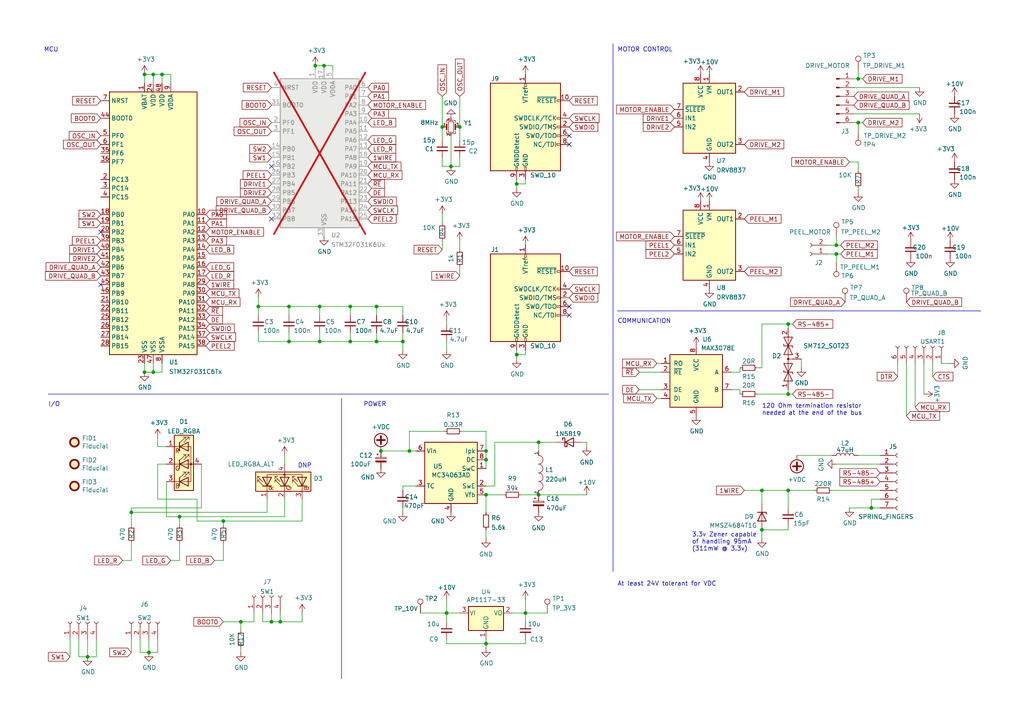
<source format=kicad_sch>
(kicad_sch (version 20230121) (generator eeschema)
  (paper "A4")
  (title_block (title "LumenPnP Feeder Control Board") (rev "09") (company "Opulo, Inc."))
  (junction (at 110.49 130.81))
  (junction (at 129.54 177.8))
  (junction (at 41.91 107.95))
  (junction (at 25.4 190.5))
  (junction (at 93.98 19.05))
  (junction (at 83.82 88.9))
  (junction (at 156.21 128.27))
  (junction (at 228.6 114.3))
  (junction (at 220.98 142.24))
  (junction (at 116.84 99.06))
  (junction (at 118.745 130.81))
  (junction (at 78.74 180.34))
  (junction (at 248.92 22.86))
  (junction (at 44.45 107.95))
  (junction (at 128.27 36.83))
  (junction (at 46.99 21.59))
  (junction (at 92.71 88.9))
  (junction (at 133.35 36.83))
  (junction (at 41.91 21.59))
  (junction (at 242.57 71.12))
  (junction (at 140.97 133.35))
  (junction (at 156.21 143.51))
  (junction (at 109.22 88.9))
  (junction (at 64.77 151.13))
  (junction (at 38.1 148.59))
  (junction (at 220.98 153.67))
  (junction (at 109.22 99.06))
  (junction (at 152.4 177.8))
  (junction (at 91.44 19.05))
  (junction (at 101.6 88.9))
  (junction (at 69.85 180.34))
  (junction (at 149.86 53.34))
  (junction (at 149.86 102.87))
  (junction (at 74.93 88.9))
  (junction (at 101.6 99.06))
  (junction (at 130.81 48.26))
  (junction (at 242.57 73.66))
  (junction (at 248.92 35.56))
  (junction (at 81.28 180.34))
  (junction (at 228.6 93.98))
  (junction (at 228.6 142.24))
  (junction (at 252.73 147.32))
  (junction (at 43.18 189.23))
  (junction (at 92.71 99.06))
  (junction (at 83.82 99.06))
  (junction (at 140.97 143.51))
  (junction (at 140.97 130.81))
  (junction (at 44.45 21.59))
  (junction (at 52.07 149.86))
  (junction (at 140.97 186.69))
  (no_connect (at 29.21 82.55))
  (no_connect (at 165.1 41.91))
  (no_connect (at 78.74 48.26))
  (no_connect (at 29.21 67.31))
  (no_connect (at 165.1 39.37))
  (no_connect (at 78.74 63.5))
  (no_connect (at 165.1 88.9))
  (no_connect (at 165.1 91.44))
  (wire (pts (xy 247.65 35.56) (xy 248.92 35.56)))
  (wire (pts (xy 38.1 189.23) (xy 38.1 185.42)))
  (wire (pts (xy 220.98 106.68) (xy 220.98 93.98)))
  (wire (pts (xy 49.53 162.56) (xy 52.07 162.56)))
  (wire (pts (xy 41.91 105.41) (xy 41.91 107.95)))
  (wire (pts (xy 128.27 62.23) (xy 128.27 64.77)))
  (wire (pts (xy 248.92 54.61) (xy 248.92 55.88)))
  (wire (pts (xy 44.45 105.41) (xy 44.45 107.95)))
  (wire (pts (xy 129.54 186.69) (xy 129.54 185.42)))
  (wire (pts (xy 228.6 152.4) (xy 228.6 153.67)))
  (wire (pts (xy 101.6 88.9) (xy 101.6 91.44)))
  (wire (pts (xy 129.54 173.99) (xy 129.54 177.8)))
  (wire (pts (xy 140.97 186.69) (xy 129.54 186.69)))
  (wire (pts (xy 87.63 144.78) (xy 87.63 151.13)))
  (wire (pts (xy 149.86 53.34) (xy 149.86 52.07)))
  (wire (pts (xy 212.09 107.95) (xy 214.63 107.95)))
  (wire (pts (xy 83.82 88.9) (xy 83.82 91.44)))
  (wire (pts (xy 140.97 186.69) (xy 140.97 185.42)))
  (wire (pts (xy 74.93 96.52) (xy 74.93 99.06)))
  (wire (pts (xy 44.45 107.95) (xy 41.91 107.95)))
  (wire (pts (xy 242.57 73.66) (xy 243.84 73.66)))
  (wire (pts (xy 232.41 104.14) (xy 232.41 106.68)))
  (wire (pts (xy 220.98 142.24) (xy 220.98 146.05)))
  (wire (pts (xy 69.85 180.34) (xy 69.85 182.88)))
  (wire (pts (xy 38.1 148.59) (xy 38.1 152.4)))
  (wire (pts (xy 133.35 69.85) (xy 133.35 72.39)))
  (wire (pts (xy 133.35 48.26) (xy 130.81 48.26)))
  (wire (pts (xy 35.56 162.56) (xy 38.1 162.56)))
  (wire (pts (xy 133.985 125.095) (xy 140.97 125.095)))
  (wire (pts (xy 27.94 185.42) (xy 27.94 190.5)))
  (wire (pts (xy 212.09 113.03) (xy 214.63 113.03)))
  (wire (pts (xy 248.92 132.08) (xy 255.27 132.08)))
  (wire (pts (xy 128.27 72.39) (xy 128.27 69.85)))
  (wire (pts (xy 92.71 88.9) (xy 83.82 88.9)))
  (wire (pts (xy 91.44 19.05) (xy 91.44 20.32)))
  (wire (pts (xy 57.15 151.13) (xy 64.77 151.13)))
  (wire (pts (xy 45.72 185.42) (xy 45.72 189.23)))
  (wire (pts (xy 76.2 177.8) (xy 76.2 180.34)))
  (wire (pts (xy 228.6 142.24) (xy 236.22 142.24)))
  (wire (pts (xy 219.71 106.68) (xy 220.98 106.68)))
  (wire (pts (xy 130.81 48.26) (xy 128.27 48.26)))
  (wire (pts (xy 140.97 187.96) (xy 140.97 186.69)))
  (wire (pts (xy 101.6 99.06) (xy 109.22 99.06)))
  (wire (pts (xy 273.05 105.41) (xy 275.59 105.41)))
  (wire (pts (xy 152.4 177.8) (xy 158.75 177.8)))
  (wire (pts (xy 77.47 148.59) (xy 38.1 148.59)))
  (wire (pts (xy 242.57 68.58) (xy 242.57 71.12)))
  (wire (pts (xy 64.77 151.13) (xy 64.77 152.4)))
  (wire (pts (xy 152.4 177.8) (xy 152.4 173.99)))
  (wire (pts (xy 27.94 190.5) (xy 25.4 190.5)))
  (wire (pts (xy 83.82 88.9) (xy 74.93 88.9)))
  (wire (pts (xy 118.745 130.81) (xy 120.65 130.81)))
  (wire (pts (xy 228.6 142.24) (xy 228.6 147.32)))
  (wire (pts (xy 156.21 128.27) (xy 161.29 128.27)))
  (wire (pts (xy 48.26 149.86) (xy 52.07 149.86)))
  (wire (pts (xy 74.93 88.9) (xy 74.93 91.44)))
  (wire (pts (xy 242.57 71.12) (xy 243.84 71.12)))
  (wire (pts (xy 241.3 142.24) (xy 255.27 142.24)))
  (wire (pts (xy 149.86 54.61) (xy 149.86 53.34)))
  (wire (pts (xy 214.63 113.03) (xy 214.63 114.3)))
  (wire (pts (xy 143.51 140.97) (xy 143.51 128.27)))
  (wire (pts (xy 248.92 49.53) (xy 248.92 46.99)))
  (wire (pts (xy 156.21 128.27) (xy 156.21 130.81)))
  (wire (pts (xy 82.55 132.08) (xy 82.55 134.62)))
  (wire (pts (xy 220.98 153.67) (xy 220.98 156.21)))
  (wire (pts (xy 120.65 140.97) (xy 116.84 140.97)))
  (wire (pts (xy 116.84 96.52) (xy 116.84 99.06)))
  (wire (pts (xy 116.84 88.9) (xy 109.22 88.9)))
  (wire (pts (xy 252.73 144.78) (xy 255.27 144.78)))
  (wire (pts (xy 190.5 115.57) (xy 191.77 115.57)))
  (wire (pts (xy 81.28 177.8) (xy 81.28 180.34)))
  (wire (pts (xy 22.86 190.5) (xy 25.4 190.5)))
  (wire (pts (xy 220.98 93.98) (xy 228.6 93.98)))
  (wire (pts (xy 45.72 144.78) (xy 57.15 144.78)))
  (wire (pts (xy 43.18 189.23) (xy 45.72 189.23)))
  (wire (pts (xy 152.4 102.87) (xy 152.4 101.6)))
  (wire (pts (xy 140.97 140.97) (xy 143.51 140.97)))
  (wire (pts (xy 156.21 143.51) (xy 170.18 143.51)))
  (wire (pts (xy 252.73 147.32) (xy 255.27 147.32)))
  (wire (pts (xy 116.84 99.06) (xy 116.84 101.6)))
  (wire (pts (xy 133.35 40.64) (xy 133.35 36.83)))
  (wire (pts (xy 152.4 53.34) (xy 152.4 52.07)))
  (wire (pts (xy 262.89 105.41) (xy 262.89 120.65)))
  (wire (pts (xy 45.72 134.62) (xy 48.26 134.62)))
  (wire (pts (xy 40.64 189.23) (xy 43.18 189.23)))
  (wire (pts (xy 248.92 35.56) (xy 250.19 35.56)))
  (wire (pts (xy 52.07 149.86) (xy 52.07 152.4)))
  (wire (pts (xy 25.4 185.42) (xy 25.4 190.5)))
  (wire (pts (xy 140.97 143.51) (xy 146.05 143.51)))
  (wire (pts (xy 267.97 105.41) (xy 267.97 114.3)))
  (wire (pts (xy 57.15 144.78) (xy 57.15 151.13)))
  (wire (pts (xy 228.6 114.3) (xy 229.87 114.3)))
  (wire (pts (xy 38.1 147.32) (xy 58.42 147.32)))
  (wire (pts (xy 64.77 180.34) (xy 69.85 180.34)))
  (wire (pts (xy 46.99 107.95) (xy 44.45 107.95)))
  (wire (pts (xy 231.14 132.08) (xy 241.3 132.08)))
  (wire (pts (xy 49.53 24.13) (xy 49.53 21.59)))
  (wire (pts (xy 93.98 19.05) (xy 93.98 20.32)))
  (wire (pts (xy 118.745 130.81) (xy 118.745 125.095)))
  (wire (pts (xy 109.22 99.06) (xy 116.84 99.06)))
  (wire (pts (xy 109.22 88.9) (xy 109.22 91.44)))
  (wire (pts (xy 228.6 153.67) (xy 220.98 153.67)))
  (wire (pts (xy 69.85 180.34) (xy 73.66 180.34)))
  (wire (pts (xy 128.27 36.83) (xy 128.27 40.64)))
  (wire (pts (xy 46.99 105.41) (xy 46.99 107.95)))
  (polyline (pts (xy 13.97 114.3) (xy 176.53 114.3)))
  (wire (pts (xy 215.9 142.24) (xy 220.98 142.24)))
  (wire (pts (xy 152.4 186.69) (xy 140.97 186.69)))
  (wire (pts (xy 73.66 177.8) (xy 73.66 180.34)))
  (wire (pts (xy 240.03 73.66) (xy 242.57 73.66)))
  (wire (pts (xy 240.03 71.12) (xy 242.57 71.12)))
  (wire (pts (xy 265.43 105.41) (xy 265.43 118.11)))
  (wire (pts (xy 185.42 107.95) (xy 191.77 107.95)))
  (wire (pts (xy 228.6 93.98) (xy 228.6 95.25)))
  (wire (pts (xy 92.71 96.52) (xy 92.71 99.06)))
  (wire (pts (xy 46.99 21.59) (xy 46.99 24.13)))
  (wire (pts (xy 247.65 22.86) (xy 248.92 22.86)))
  (wire (pts (xy 101.6 88.9) (xy 92.71 88.9)))
  (wire (pts (xy 130.81 39.37) (xy 130.81 48.26)))
  (wire (pts (xy 149.86 53.34) (xy 152.4 53.34)))
  (wire (pts (xy 58.42 134.62) (xy 58.42 147.32)))
  (wire (pts (xy 116.84 147.32) (xy 116.84 148.59)))
  (wire (pts (xy 149.86 102.87) (xy 149.86 101.6)))
  (wire (pts (xy 109.22 96.52) (xy 109.22 99.06)))
  (wire (pts (xy 149.86 102.87) (xy 152.4 102.87)))
  (wire (pts (xy 78.74 180.34) (xy 81.28 180.34)))
  (wire (pts (xy 247.65 25.4) (xy 266.7 25.4)))
  (wire (pts (xy 129.54 177.8) (xy 129.54 180.34)))
  (wire (pts (xy 140.97 133.35) (xy 140.97 135.89)))
  (wire (pts (xy 92.71 99.06) (xy 101.6 99.06)))
  (wire (pts (xy 62.23 162.56) (xy 64.77 162.56)))
  (wire (pts (xy 92.71 88.9) (xy 92.71 91.44)))
  (wire (pts (xy 64.77 157.48) (xy 64.77 162.56)))
  (wire (pts (xy 82.55 149.86) (xy 52.07 149.86)))
  (polyline (pts (xy 179.07 90.17) (xy 284.48 90.17)))
  (wire (pts (xy 22.86 185.42) (xy 22.86 190.5)))
  (wire (pts (xy 74.93 99.06) (xy 83.82 99.06)))
  (wire (pts (xy 128.27 27.94) (xy 128.27 36.83)))
  (polyline (pts (xy 99.06 115.57) (xy 99.06 196.85)))
  (wire (pts (xy 52.07 157.48) (xy 52.07 162.56)))
  (wire (pts (xy 140.97 125.095) (xy 140.97 130.81)))
  (wire (pts (xy 87.63 151.13) (xy 64.77 151.13)))
  (wire (pts (xy 143.51 128.27) (xy 156.21 128.27)))
  (wire (pts (xy 48.26 139.7) (xy 48.26 149.86)))
  (wire (pts (xy 82.55 144.78) (xy 82.55 149.86)))
  (wire (pts (xy 242.57 73.66) (xy 242.57 76.2)))
  (wire (pts (xy 44.45 21.59) (xy 44.45 24.13)))
  (wire (pts (xy 87.63 177.8) (xy 87.63 180.34)))
  (wire (pts (xy 76.2 180.34) (xy 78.74 180.34)))
  (wire (pts (xy 219.71 114.3) (xy 228.6 114.3)))
  (wire (pts (xy 248.92 20.32) (xy 248.92 22.86)))
  (wire (pts (xy 96.52 20.32) (xy 96.52 19.05)))
  (wire (pts (xy 220.98 142.24) (xy 228.6 142.24)))
  (wire (pts (xy 40.64 185.42) (xy 40.64 189.23)))
  (wire (pts (xy 83.82 99.06) (xy 92.71 99.06)))
  (wire (pts (xy 41.91 21.59) (xy 41.91 24.13)))
  (wire (pts (xy 152.4 185.42) (xy 152.4 186.69)))
  (wire (pts (xy 170.18 128.27) (xy 170.18 129.54)))
  (wire (pts (xy 247.65 33.02) (xy 266.7 33.02)))
  (wire (pts (xy 45.72 144.78) (xy 45.72 134.62)))
  (wire (pts (xy 252.73 147.32) (xy 252.73 144.78)))
  (wire (pts (xy 129.54 92.71) (xy 129.54 93.98)))
  (wire (pts (xy 69.85 187.96) (xy 69.85 189.23)))
  (wire (pts (xy 128.27 48.26) (xy 128.27 45.72)))
  (wire (pts (xy 46.99 21.59) (xy 44.45 21.59)))
  (wire (pts (xy 133.35 80.01) (xy 133.35 77.47)))
  (wire (pts (xy 121.92 177.8) (xy 129.54 177.8)))
  (wire (pts (xy 140.97 153.67) (xy 140.97 156.21)))
  (wire (pts (xy 140.97 143.51) (xy 140.97 148.59)))
  (wire (pts (xy 49.53 21.59) (xy 46.99 21.59)))
  (wire (pts (xy 81.28 180.34) (xy 87.63 180.34)))
  (wire (pts (xy 168.91 128.27) (xy 170.18 128.27)))
  (wire (pts (xy 20.32 185.42) (xy 20.32 190.5)))
  (wire (pts (xy 214.63 106.68) (xy 214.63 107.95)))
  (wire (pts (xy 228.6 93.98) (xy 229.87 93.98)))
  (wire (pts (xy 152.4 177.8) (xy 152.4 180.34)))
  (wire (pts (xy 248.92 22.86) (xy 250.19 22.86)))
  (wire (pts (xy 78.74 177.8) (xy 78.74 180.34)))
  (wire (pts (xy 74.93 88.9) (xy 74.93 86.36)))
  (wire (pts (xy 151.13 143.51) (xy 156.21 143.51)))
  (wire (pts (xy 77.47 144.78) (xy 77.47 148.59)))
  (wire (pts (xy 43.18 185.42) (xy 43.18 189.23)))
  (wire (pts (xy 270.51 105.41) (xy 270.51 109.22)))
  (wire (pts (xy 190.5 105.41) (xy 191.77 105.41)))
  (wire (pts (xy 129.54 177.8) (xy 133.35 177.8)))
  (wire (pts (xy 91.44 19.05) (xy 93.98 19.05)))
  (wire (pts (xy 116.84 140.97) (xy 116.84 142.24)))
  (wire (pts (xy 93.98 19.05) (xy 96.52 19.05)))
  (wire (pts (xy 129.54 99.06) (xy 129.54 101.6)))
  (wire (pts (xy 38.1 147.32) (xy 38.1 148.59)))
  (wire (pts (xy 44.45 21.59) (xy 41.91 21.59)))
  (wire (pts (xy 45.72 129.54) (xy 45.72 127)))
  (wire (pts (xy 109.22 88.9) (xy 101.6 88.9)))
  (polyline (pts (xy 177.8 165.735) (xy 177.8 12.7)))
  (wire (pts (xy 248.92 35.56) (xy 248.92 38.1)))
  (wire (pts (xy 133.35 48.26) (xy 133.35 45.72)))
  (wire (pts (xy 118.745 125.095) (xy 128.905 125.095)))
  (wire (pts (xy 248.92 46.99) (xy 246.38 46.99)))
  (wire (pts (xy 116.84 91.44) (xy 116.84 88.9)))
  (wire (pts (xy 242.57 134.62) (xy 255.27 134.62)))
  (wire (pts (xy 149.86 104.14) (xy 149.86 102.87)))
  (wire (pts (xy 38.1 157.48) (xy 38.1 162.56)))
  (wire (pts (xy 260.35 105.41) (xy 260.35 109.22)))
  (wire (pts (xy 140.97 130.81) (xy 140.97 133.35)))
  (wire (pts (xy 133.35 36.83) (xy 133.35 27.94)))
  (wire (pts (xy 228.6 113.03) (xy 228.6 114.3)))
  (wire (pts (xy 148.59 177.8) (xy 152.4 177.8)))
  (wire (pts (xy 45.72 129.54) (xy 48.26 129.54)))
  (wire (pts (xy 110.49 130.81) (xy 118.745 130.81)))
  (wire (pts (xy 101.6 96.52) (xy 101.6 99.06)))
  (wire (pts (xy 83.82 96.52) (xy 83.82 99.06)))
  (wire (pts (xy 246.38 147.32) (xy 252.73 147.32)))
  (wire (pts (xy 185.42 113.03) (xy 191.77 113.03)))
  (text "I/O" (at 13.97 118.11 0) (effects (font (size 1.27 1.27)) (justify left bottom)))
  (text "DNP" (at 86.36 135.89 0) (effects (font (size 1.27 1.27)) (justify left bottom)))
  (text "COMMUNICATION" (at 179.07 93.98 0) (effects (font (size 1.27 1.27)) (justify left bottom)))
  (text "MOTOR CONTROL" (at 179.07 15.24 0) (effects (font (size 1.27 1.27)) (justify left bottom)))
  (text "POWER" (at 105.41 118.11 0) (effects (font (size 1.27 1.27)) (justify left bottom)))
  (text "3.3v Zener capable\nof handling 95mA \n(311mW @ 3.3v)" (at 200.66 160.02 0) (effects (font (size 1.27 1.27)) (justify left bottom)))
  (text "At least 24V tolerant for VDC\n" (at 179.07 170.18 0) (effects (font (size 1.27 1.27)) (justify left bottom)))
  (text "MCU" (at 12.7 15.24 0) (effects (font (size 1.27 1.27)) (justify left bottom)))
  (text "120 Ohm termination resistor\nneeded at the end of the bus" (at 220.98 120.65 0) (effects (font (size 1.27 1.27)) (justify left bottom)))
  (global_label "RESET" (shape input) (at 128.27 72.39 180) (property "Intersheetrefs" "${INTERSHEET_REFS}" (effects hide)))
  (global_label "1WIRE" (shape input) (at 215.9 142.24 180) (property "Intersheetrefs" "${INTERSHEET_REFS}" (effects hide)))
  (global_label "SWDIO" (shape input) (at 59.69 95.25 0) (property "Intersheetrefs" "${INTERSHEET_REFS}" (effects hide)))
  (global_label "LED_R" (shape input) (at 35.56 162.56 180) (property "Intersheetrefs" "${INTERSHEET_REFS}" (effects hide)))
  (global_label "LED_G" (shape input) (at 106.68 40.64 0) (property "Intersheetrefs" "${INTERSHEET_REFS}" (effects hide)))
  (global_label "LED_R" (shape input) (at 59.69 80.01 0) (property "Intersheetrefs" "${INTERSHEET_REFS}" (effects hide)))
  (global_label "MOTOR_ENABLE" (shape input) (at 59.69 67.31 0) (property "Intersheetrefs" "${INTERSHEET_REFS}" (effects hide)))
  (global_label "BOOT0" (shape input) (at 64.77 180.34 180) (property "Intersheetrefs" "${INTERSHEET_REFS}" (effects hide)))
  (global_label "SWCLK" (shape input) (at 165.1 83.82 0) (property "Intersheetrefs" "${INTERSHEET_REFS}" (effects hide)))
  (global_label "PEEL_M1" (shape input) (at 243.84 73.66 0) (property "Intersheetrefs" "${INTERSHEET_REFS}" (effects hide)))
  (global_label "OSC_IN" (shape input) (at 29.21 39.37 180) (property "Intersheetrefs" "${INTERSHEET_REFS}" (effects hide)))
  (global_label "LED_R" (shape input) (at 106.68 43.18 0) (property "Intersheetrefs" "${INTERSHEET_REFS}" (effects hide)))
  (global_label "PA1" (shape input) (at 106.68 27.94 0) (property "Intersheetrefs" "${INTERSHEET_REFS}" (effects hide)))
  (global_label "MCU_TX" (shape input) (at 190.5 115.57 180) (property "Intersheetrefs" "${INTERSHEET_REFS}" (effects hide)))
  (global_label "1WIRE" (shape input) (at 106.68 45.72 0) (property "Intersheetrefs" "${INTERSHEET_REFS}" (effects hide)))
  (global_label "DRIVE2" (shape input) (at 29.21 74.93 180) (property "Intersheetrefs" "${INTERSHEET_REFS}" (effects hide)))
  (global_label "RS-485-" (shape input) (at 229.87 114.3 0) (property "Intersheetrefs" "${INTERSHEET_REFS}" (effects hide)))
  (global_label "SWDIO" (shape input) (at 106.68 58.42 0) (property "Intersheetrefs" "${INTERSHEET_REFS}" (effects hide)))
  (global_label "SW1" (shape input) (at 78.74 45.72 180) (property "Intersheetrefs" "${INTERSHEET_REFS}" (effects hide)))
  (global_label "OSC_OUT" (shape input) (at 133.35 27.94 90) (property "Intersheetrefs" "${INTERSHEET_REFS}" (effects hide)))
  (global_label "PA1" (shape input) (at 59.69 64.77 0) (property "Intersheetrefs" "${INTERSHEET_REFS}" (effects hide)))
  (global_label "DRIVE_M2" (shape input) (at 215.9 41.91 0) (property "Intersheetrefs" "${INTERSHEET_REFS}" (effects hide)))
  (global_label "SW1" (shape input) (at 29.21 64.77 180) (property "Intersheetrefs" "${INTERSHEET_REFS}" (effects hide)))
  (global_label "MCU_TX" (shape input) (at 262.89 120.65 0) (property "Intersheetrefs" "${INTERSHEET_REFS}" (effects hide)))
  (global_label "LED_B" (shape input) (at 62.23 162.56 180) (property "Intersheetrefs" "${INTERSHEET_REFS}" (effects hide)))
  (global_label "DRIVE_QUAD_B" (shape input) (at 29.21 80.01 180) (property "Intersheetrefs" "${INTERSHEET_REFS}" (effects hide)))
  (global_label "DRIVE1" (shape input) (at 78.74 53.34 180) (property "Intersheetrefs" "${INTERSHEET_REFS}" (effects hide)))
  (global_label "DTR" (shape input) (at 260.35 109.22 180) (property "Intersheetrefs" "${INTERSHEET_REFS}" (effects hide)))
  (global_label "PEEL1" (shape input) (at 78.74 50.8 180) (property "Intersheetrefs" "${INTERSHEET_REFS}" (effects hide)))
  (global_label "MCU_RX" (shape input) (at 106.68 50.8 0) (property "Intersheetrefs" "${INTERSHEET_REFS}" (effects hide)))
  (global_label "DRIVE_QUAD_A" (shape input) (at 245.11 87.63 180) (property "Intersheetrefs" "${INTERSHEET_REFS}" (effects hide)))
  (global_label "SWDIO" (shape input) (at 165.1 86.36 0) (property "Intersheetrefs" "${INTERSHEET_REFS}" (effects hide)))
  (global_label "PEEL1" (shape input) (at 29.21 69.85 180) (property "Intersheetrefs" "${INTERSHEET_REFS}" (effects hide)))
  (global_label "SW2" (shape input) (at 78.74 43.18 180) (property "Intersheetrefs" "${INTERSHEET_REFS}" (effects hide)))
  (global_label "DRIVE_M2" (shape input) (at 250.19 35.56 0) (property "Intersheetrefs" "${INTERSHEET_REFS}" (effects hide)))
  (global_label "DE" (shape input) (at 106.68 55.88 0) (property "Intersheetrefs" "${INTERSHEET_REFS}" (effects hide)))
  (global_label "LED_B" (shape input) (at 59.69 72.39 0) (property "Intersheetrefs" "${INTERSHEET_REFS}" (effects hide)))
  (global_label "DRIVE_QUAD_A" (shape input) (at 78.74 58.42 180) (property "Intersheetrefs" "${INTERSHEET_REFS}" (effects hide)))
  (global_label "BOOT0" (shape input) (at 78.74 30.48 180) (property "Intersheetrefs" "${INTERSHEET_REFS}" (effects hide)))
  (global_label "MCU_RX" (shape input) (at 265.43 118.11 0) (property "Intersheetrefs" "${INTERSHEET_REFS}" (effects hide)))
  (global_label "MCU_RX" (shape input) (at 59.69 87.63 0) (property "Intersheetrefs" "${INTERSHEET_REFS}" (effects hide)))
  (global_label "DRIVE_QUAD_B" (shape input) (at 262.89 87.63 0) (property "Intersheetrefs" "${INTERSHEET_REFS}" (effects hide)))
  (global_label "MCU_TX" (shape input) (at 106.68 48.26 0) (property "Intersheetrefs" "${INTERSHEET_REFS}" (effects hide)))
  (global_label "PA0" (shape input) (at 59.69 62.23 0) (property "Intersheetrefs" "${INTERSHEET_REFS}" (effects hide)))
  (global_label "DRIVE1" (shape input) (at 29.21 72.39 180) (property "Intersheetrefs" "${INTERSHEET_REFS}" (effects hide)))
  (global_label "CTS" (shape input) (at 270.51 109.22 0) (property "Intersheetrefs" "${INTERSHEET_REFS}" (effects hide)))
  (global_label "~{RE}" (shape input) (at 59.69 90.17 0) (property "Intersheetrefs" "${INTERSHEET_REFS}" (effects hide)))
  (global_label "SWDIO" (shape input) (at 165.1 36.83 0) (property "Intersheetrefs" "${INTERSHEET_REFS}" (effects hide)))
  (global_label "1WIRE" (shape input) (at 133.35 80.01 180) (property "Intersheetrefs" "${INTERSHEET_REFS}" (effects hide)))
  (global_label "PA0" (shape input) (at 106.68 25.4 0) (property "Intersheetrefs" "${INTERSHEET_REFS}" (effects hide)))
  (global_label "OSC_IN" (shape input) (at 128.27 27.94 90) (property "Intersheetrefs" "${INTERSHEET_REFS}" (effects hide)))
  (global_label "LED_G" (shape input) (at 49.53 162.56 180) (property "Intersheetrefs" "${INTERSHEET_REFS}" (effects hide)))
  (global_label "DRIVE_QUAD_B" (shape input) (at 78.74 60.96 180) (property "Intersheetrefs" "${INTERSHEET_REFS}" (effects hide)))
  (global_label "OSC_OUT" (shape input) (at 29.21 41.91 180) (property "Intersheetrefs" "${INTERSHEET_REFS}" (effects hide)))
  (global_label "DRIVE_M1" (shape input) (at 250.19 22.86 0) (property "Intersheetrefs" "${INTERSHEET_REFS}" (effects hide)))
  (global_label "MCU_RX" (shape input) (at 190.5 105.41 180) (property "Intersheetrefs" "${INTERSHEET_REFS}" (effects hide)))
  (global_label "BOOT0" (shape input) (at 29.21 34.29 180) (property "Intersheetrefs" "${INTERSHEET_REFS}" (effects hide)))
  (global_label "RESET" (shape input) (at 165.1 78.74 0) (property "Intersheetrefs" "${INTERSHEET_REFS}" (effects hide)))
  (global_label "SWCLK" (shape input) (at 106.68 60.96 0) (property "Intersheetrefs" "${INTERSHEET_REFS}" (effects hide)))
  (global_label "MOTOR_ENABLE" (shape input) (at 195.58 31.75 180) (property "Intersheetrefs" "${INTERSHEET_REFS}" (effects hide)))
  (global_label "RESET" (shape input) (at 165.1 29.21 0) (property "Intersheetrefs" "${INTERSHEET_REFS}" (effects hide)))
  (global_label "DRIVE_M1" (shape input) (at 215.9 26.67 0) (property "Intersheetrefs" "${INTERSHEET_REFS}" (effects hide)))
  (global_label "~{RE}" (shape input) (at 185.42 107.95 180) (property "Intersheetrefs" "${INTERSHEET_REFS}" (effects hide)))
  (global_label "PA3" (shape input) (at 59.69 69.85 0) (property "Intersheetrefs" "${INTERSHEET_REFS}" (effects hide)))
  (global_label "PEEL_M2" (shape input) (at 215.9 78.74 0) (property "Intersheetrefs" "${INTERSHEET_REFS}" (effects hide)))
  (global_label "DRIVE_QUAD_B" (shape input) (at 247.65 30.48 0) (property "Intersheetrefs" "${INTERSHEET_REFS}" (effects hide)))
  (global_label "SW2" (shape input) (at 38.1 189.23 180) (property "Intersheetrefs" "${INTERSHEET_REFS}" (effects hide)))
  (global_label "LED_G" (shape input) (at 59.69 77.47 0) (property "Intersheetrefs" "${INTERSHEET_REFS}" (effects hide)))
  (global_label "PEEL1" (shape input) (at 195.58 71.12 180) (property "Intersheetrefs" "${INTERSHEET_REFS}" (effects hide)))
  (global_label "DRIVE2" (shape input) (at 195.58 36.83 180) (property "Intersheetrefs" "${INTERSHEET_REFS}" (effects hide)))
  (global_label "SWCLK" (shape input) (at 59.69 97.79 0) (property "Intersheetrefs" "${INTERSHEET_REFS}" (effects hide)))
  (global_label "PEEL2" (shape input) (at 106.68 63.5 0) (property "Intersheetrefs" "${INTERSHEET_REFS}" (effects hide)))
  (global_label "DRIVE_QUAD_A" (shape input) (at 247.65 27.94 0) (property "Intersheetrefs" "${INTERSHEET_REFS}" (effects hide)))
  (global_label "SW2" (shape input) (at 29.21 62.23 180) (property "Intersheetrefs" "${INTERSHEET_REFS}" (effects hide)))
  (global_label "PA3" (shape input) (at 106.68 33.02 0) (property "Intersheetrefs" "${INTERSHEET_REFS}" (effects hide)))
  (global_label "1WIRE" (shape input) (at 59.69 82.55 0) (property "Intersheetrefs" "${INTERSHEET_REFS}" (effects hide)))
  (global_label "DRIVE2" (shape input) (at 78.74 55.88 180) (property "Intersheetrefs" "${INTERSHEET_REFS}" (effects hide)))
  (global_label "SW1" (shape input) (at 20.32 190.5 180) (property "Intersheetrefs" "${INTERSHEET_REFS}" (effects hide)))
  (global_label "DRIVE1" (shape input) (at 195.58 34.29 180) (property "Intersheetrefs" "${INTERSHEET_REFS}" (effects hide)))
  (global_label "OSC_OUT" (shape input) (at 78.74 38.1 180) (property "Intersheetrefs" "${INTERSHEET_REFS}" (effects hide)))
  (global_label "PEEL2" (shape input) (at 195.58 73.66 180) (property "Intersheetrefs" "${INTERSHEET_REFS}" (effects hide)))
  (global_label "LED_B" (shape input) (at 106.68 35.56 0) (property "Intersheetrefs" "${INTERSHEET_REFS}" (effects hide)))
  (global_label "OSC_IN" (shape input) (at 78.74 35.56 180) (property "Intersheetrefs" "${INTERSHEET_REFS}" (effects hide)))
  (global_label "DRIVE_QUAD_A" (shape input) (at 29.21 77.47 180) (property "Intersheetrefs" "${INTERSHEET_REFS}" (effects hide)))
  (global_label "SWCLK" (shape input) (at 165.1 34.29 0) (property "Intersheetrefs" "${INTERSHEET_REFS}" (effects hide)))
  (global_label "RESET" (shape input) (at 78.74 25.4 180) (property "Intersheetrefs" "${INTERSHEET_REFS}" (effects hide)))
  (global_label "DE" (shape input) (at 185.42 113.03 180) (property "Intersheetrefs" "${INTERSHEET_REFS}" (effects hide)))
  (global_label "MOTOR_ENABLE" (shape input) (at 246.38 46.99 180) (property "Intersheetrefs" "${INTERSHEET_REFS}" (effects hide)))
  (global_label "RS-485+" (shape input) (at 255.27 139.7 180) (property "Intersheetrefs" "${INTERSHEET_REFS}" (effects hide)))
  (global_label "RS-485+" (shape input) (at 229.87 93.98 0) (property "Intersheetrefs" "${INTERSHEET_REFS}" (effects hide)))
  (global_label "RS-485-" (shape input) (at 255.27 137.16 180) (property "Intersheetrefs" "${INTERSHEET_REFS}" (effects hide)))
  (global_label "MCU_TX" (shape input) (at 59.69 85.09 0) (property "Intersheetrefs" "${INTERSHEET_REFS}" (effects hide)))
  (global_label "PEEL_M1" (shape input) (at 215.9 63.5 0) (property "Intersheetrefs" "${INTERSHEET_REFS}" (effects hide)))
  (global_label "~{RE}" (shape input) (at 106.68 53.34 0) (property "Intersheetrefs" "${INTERSHEET_REFS}" (effects hide)))
  (global_label "PEEL2" (shape input) (at 59.69 100.33 0) (property "Intersheetrefs" "${INTERSHEET_REFS}" (effects hide)))
  (global_label "MOTOR_ENABLE" (shape input) (at 106.68 30.48 0) (property "Intersheetrefs" "${INTERSHEET_REFS}" (effects hide)))
  (global_label "MOTOR_ENABLE" (shape input) (at 195.58 68.58 180) (property "Intersheetrefs" "${INTERSHEET_REFS}" (effects hide)))
  (global_label "PEEL_M2" (shape input) (at 243.84 71.12 0) (property "Intersheetrefs" "${INTERSHEET_REFS}" (effects hide)))
  (global_label "DE" (shape input) (at 59.69 92.71 0) (property "Intersheetrefs" "${INTERSHEET_REFS}" (effects hide)))
  (global_label "RESET" (shape input) (at 29.21 29.21 180) (property "Intersheetrefs" "${INTERSHEET_REFS}" (effects hide)))
  (symbol (lib_id "Device:R_Small") (at 52.07 154.94 180) (unit 1)
    (property "Reference" "R3" (at 52.07 154.94 90))
    (property "Value" "470" (at 49.53 154.94 90))
    (property "Footprint" "Resistor_SMD:R_0805_2012Metric" (effects hide))
    (property "JLCPCB" "C17710" (effects hide))
    (property "LCSC" "C119076" (effects hide))
  )
  (symbol (lib_id "power:GND") (at 43.18 189.23 0) (unit 1)
    (property "Reference" "#PWR019" (effects hide))
    (property "Value" "GND" (at 43.307 193.6242 0))
  )
  (symbol (lib_id "power:GND") (at 149.86 104.14 0) (unit 1)
    (property "Reference" "#PWR04" (effects hide))
    (property "Value" "GND" (at 149.987 108.5342 0))
  )
  (symbol (lib_id "power:+3V3") (at 152.4 71.12 0) (unit 1)
    (property "Reference" "#PWR05" (effects hide))
    (property "Value" "+3V3" (at 152.781 66.7258 0))
  )
  (symbol (lib_id "Device:C_Small") (at 128.27 43.18 0) (unit 1)
    (property "Reference" "C1" (at 123.19 43.18 0) (effects (justify left)))
    (property "Value" "15p" (at 122.555 40.64 0) (effects (justify left)))
    (property "Footprint" "Capacitor_SMD:C_0805_2012Metric" (effects hide))
    (property "JLCPCB" "C1794" (effects hide))
    (property "LCSC" "C376865" (effects hide))
  )
  (symbol (lib_id "Device:C_Small") (at 133.35 43.18 0) (unit 1)
    (property "Reference" "C2" (at 135.89 43.815 0) (effects (justify left)))
    (property "Value" "15p" (at 133.985 41.275 0) (effects (justify left)))
    (property "Footprint" "Capacitor_SMD:C_0805_2012Metric" (effects hide))
    (property "JLCPCB" "C1794" (effects hide))
    (property "LCSC" "C376865" (effects hide))
  )
  (symbol (lib_id "power:GND") (at 130.81 48.26 0) (unit 1)
    (property "Reference" "#PWR09" (effects hide))
    (property "Value" "GND" (at 130.937 52.6542 0))
  )
  (symbol (lib_id "Connector:Conn_ARM_JTAG_SWD_10") (at 152.4 86.36 0) (unit 1)
    (property "Reference" "J1" (at 144.78 72.39 0) (effects (justify right)))
    (property "Value" "SWD_10" (at 161.29 100.33 0) (effects (justify right)))
    (property "Footprint" "Connector_PinHeader_1.27mm:PinHeader_2x05_P1.27mm_Vertical_SMD" (effects hide))
    (property "Datasheet" "http://infocenter.arm.com/help/topic/com.arm.doc.ddi0314h/DDI0314H_coresight_components_trm.pdf" (effects hide))
  )
  (symbol (lib_id "Device:R_Small") (at 38.1 154.94 180) (unit 1)
    (property "Reference" "R2" (at 38.1 154.94 90))
    (property "Value" "470" (at 35.56 154.94 90))
    (property "Footprint" "Resistor_SMD:R_0805_2012Metric" (effects hide))
    (property "JLCPCB" "C17710" (effects hide))
    (property "LCSC" "C119076" (effects hide))
  )
  (symbol (lib_id "power:+3V3") (at 45.72 127 0) (unit 1)
    (property "Reference" "#PWR06" (effects hide))
    (property "Value" "+3V3" (at 46.101 122.6058 0))
  )
  (symbol (lib_id "Device:Crystal_GND24_Small") (at 130.81 36.83 0) (unit 1)
    (property "Reference" "Y1" (at 134.4676 35.6616 0) (effects (justify left)))
    (property "Value" "8MHz" (at 121.92 35.56 0) (effects (justify left)))
    (property "Footprint" "Crystal:Crystal_SMD_3225-4Pin_3.2x2.5mm_HandSoldering" (effects hide))
    (property "JLCPCB" "C253751" (effects hide))
    (property "LCSC" "C648984" (effects hide))
  )
  (symbol (lib_id "Mechanical:Fiducial") (at 21.59 128.27 0) (unit 1)
    (property "Reference" "FID1" (at 23.749 127.1016 0) (effects (justify left)))
    (property "Value" "Fiducial" (at 23.749 129.413 0) (effects (justify left)))
    (property "Footprint" "Fiducial:Fiducial_1mm_Mask2mm" (effects hide))
  )
  (symbol (lib_id "Mechanical:Fiducial") (at 21.59 134.62 0) (unit 1)
    (property "Reference" "FID2" (at 23.749 133.4516 0) (effects (justify left)))
    (property "Value" "Fiducial" (at 23.749 135.763 0) (effects (justify left)))
    (property "Footprint" "Fiducial:Fiducial_1mm_Mask2mm" (effects hide))
  )
  (symbol (lib_id "Mechanical:Fiducial") (at 21.59 140.97 0) (unit 1)
    (property "Reference" "FID3" (at 23.749 139.8016 0) (effects (justify left)))
    (property "Value" "Fiducial" (at 23.749 142.113 0) (effects (justify left)))
    (property "Footprint" "Fiducial:Fiducial_1mm_Mask2mm" (effects hide))
  )
  (symbol (lib_id "Device:R_Small") (at 64.77 154.94 180) (unit 1)
    (property "Reference" "R5" (at 64.77 154.94 90))
    (property "Value" "470" (at 62.23 154.94 90))
    (property "Footprint" "Resistor_SMD:R_0805_2012Metric" (effects hide))
    (property "JLCPCB" "C17710" (effects hide))
    (property "LCSC" "C119076" (effects hide))
  )
  (symbol (lib_id "power:GND") (at 130.81 34.29 180) (unit 1)
    (property "Reference" "#PWR0124" (effects hide))
    (property "Value" "GND" (at 130.683 29.8958 0))
  )
  (symbol (lib_id "Regulator_Linear:AP1117-33") (at 140.97 177.8 0) (unit 1)
    (property "Reference" "U4" (at 140.97 171.6532 0))
    (property "Value" "AP1117-33" (at 140.97 173.9646 0))
    (property "Footprint" "Package_TO_SOT_SMD:SOT-223-3_TabPin2" (effects hide))
    (property "Datasheet" "http://www.diodes.com/datasheets/AP1117.pdf" (effects hide))
    (property "JLCPCB" "C108785" (effects hide))
    (property "LCSC" "C92102" (effects hide))
  )
  (symbol (lib_id "Device:R_Small") (at 133.35 74.93 180) (unit 1)
    (property "Reference" "R1" (at 133.35 74.93 90))
    (property "Value" "1k" (at 130.81 74.93 90))
    (property "Footprint" "Resistor_SMD:R_0805_2012Metric" (effects hide))
    (property "JLCPCB" "C17513" (effects hide))
    (property "LCSC" "C17513" (effects hide))
  )
  (symbol (lib_id "power:GND") (at 140.97 156.21 0) (unit 1)
    (property "Reference" "#PWR0117" (effects hide))
    (property "Value" "GND" (at 140.97 160.7725 0))
  )
  (symbol (lib_id "Diode:SM712_SOT23") (at 228.6 104.14 90) (unit 1)
    (property "Reference" "D2" (at 226.5934 103.2315 90) (effects (justify left)))
    (property "Value" "SM712_SOT23" (at 246.38 100.33 90) (effects (justify left)))
    (property "Footprint" "Package_TO_SOT_SMD:SOT-23" (effects hide))
    (property "Datasheet" "https://www.littelfuse.com/~/media/electronics/datasheets/tvs_diode_arrays/littelfuse_tvs_diode_array_sm712_datasheet.pdf.pdf" (effects hide))
    (property "LCSC" "C521963" (effects hide))
  )
  (symbol (lib_id "power:GND") (at 220.98 156.21 0) (unit 1)
    (property "Reference" "#PWR0139" (effects hide))
    (property "Value" "GND" (at 221.107 160.6042 0))
  )
  (symbol (lib_id "Device:R_Small") (at 217.17 106.68 90) (unit 1)
    (property "Reference" "R15" (at 217.17 109.22 90))
    (property "Value" "20R" (at 217.17 104.752 90))
    (property "Footprint" "Resistor_SMD:R_0805_2012Metric" (effects hide))
  )
  (symbol (lib_id "power:GND") (at 93.98 68.58 0) (unit 1)
    (property "Reference" "#PWR0132" (effects hide))
    (property "Value" "GND" (at 94.107 72.9742 0))
  )
  (symbol (lib_id "power:GND") (at 116.84 148.59 0) (unit 1)
    (property "Reference" "#PWR0101" (effects hide))
    (property "Value" "GND" (at 113.03 151.13 0))
  )
  (symbol (lib_id "power:+10V") (at 205.74 21.59 0) (unit 1)
    (property "Reference" "#PWR0104" (effects hide))
    (property "Value" "+10V" (at 205.74 17.9855 0))
  )
  (symbol (lib_id "Connector:TestPoint") (at 262.89 87.63 0) (unit 1)
    (property "Reference" "TP8" (at 264.287 83.4195 0) (effects (justify left)))
    (property "Value" "TP_QUAD_B" (at 264.16 85.09 0) (effects (justify left)))
    (property "Footprint" "TestPoint:TestPoint_Pad_D2.0mm" (effects hide))
  )
  (symbol (lib_id "Interface_UART:MAX3078E") (at 201.93 110.49 0) (unit 1)
    (property "Reference" "U6" (at 205.105 98.425 0))
    (property "Value" "MAX3078E" (at 208.28 100.965 0))
    (property "Footprint" "Package_SO:SOIC-8_3.9x4.9mm_P1.27mm" (effects hide))
    (property "Datasheet" "https://datasheets.maximintegrated.com/en/ds/MAX3070E-MAX3079E.pdf" (effects hide))
    (property "JLCPCB" "C40031" (effects hide))
    (property "LCSC" "C336020" (effects hide))
  )
  (symbol (lib_id "Connector:Conn_ARM_JTAG_SWD_10") (at 152.4 36.83 0) (unit 1)
    (property "Reference" "J9" (at 144.78 22.86 0) (effects (justify right)))
    (property "Value" "SWD_10" (at 161.29 50.8 0) (effects (justify right)))
    (property "Footprint" "Connector_PinHeader_1.27mm:PinHeader_2x05_P1.27mm_Vertical_SMD" (effects hide))
    (property "Datasheet" "http://infocenter.arm.com/help/topic/com.arm.doc.ddi0314h/DDI0314H_coresight_components_trm.pdf" (effects hide))
  )
  (symbol (lib_id "power:+3V3") (at 133.35 69.85 0) (unit 1)
    (property "Reference" "#PWR0119" (effects hide))
    (property "Value" "+3V3" (at 133.731 65.4558 0))
  )
  (symbol (lib_id "Connector:Conn_01x04_Female") (at 76.2 172.72 90) (unit 1)
    (property "Reference" "J7" (at 77.47 168.8043 90))
    (property "Value" "SW1" (at 77.47 171.5794 90))
    (property "Footprint" "feeder:1TS003B-1400-3500A-CT" (effects hide))
    (property "LCSC" "C319392" (effects hide))
  )
  (symbol (lib_id "Device:C_Small") (at 109.22 93.98 180) (unit 1)
    (property "Reference" "C8" (at 113.665 93.345 0) (effects (justify left)))
    (property "Value" "4.7uF" (at 115.57 95.885 0) (effects (justify left)))
    (property "Footprint" "Capacitor_SMD:C_0805_2012Metric" (effects hide))
    (property "JLCPCB" "C49678" (effects hide))
    (property "LCSC" "C476766" (effects hide))
  )
  (symbol (lib_id "power:+3V3") (at 128.27 62.23 0) (unit 1)
    (property "Reference" "#PWR0147" (effects hide))
    (property "Value" "+3V3" (at 128.651 57.8358 0))
  )
  (symbol (lib_id "Device:D_Zener") (at 220.98 149.86 270) (unit 1)
    (property "Reference" "D9" (at 215.9 149.86 90) (effects (justify left)))
    (property "Value" "MMSZ4684T1G" (at 205.74 152.4 90) (effects (justify left)))
    (property "Footprint" "Diode_SMD:D_SOD-123" (effects hide))
    (property "JLCPCB" "MMSZ4684T1G" (effects hide))
  )
  (symbol (lib_id "Connector:TestPoint") (at 245.11 87.63 0) (unit 1)
    (property "Reference" "TP7" (at 246.507 83.4195 0) (effects (justify left)))
    (property "Value" "TP_QUAD_A" (at 246.38 86.36 0) (effects (justify left)))
    (property "Footprint" "TestPoint:TestPoint_Pad_D2.0mm" (effects hide))
  )
  (symbol (lib_id "Device:C_Small") (at 92.71 93.98 180) (unit 1)
    (property "Reference" "C5" (at 97.155 93.345 0) (effects (justify left)))
    (property "Value" "100n" (at 99.06 95.885 0) (effects (justify left)))
    (property "Footprint" "Capacitor_SMD:C_0805_2012Metric" (effects hide))
    (property "JLCPCB" "C49678" (effects hide))
    (property "LCSC" "C476766" (effects hide))
  )
  (symbol (lib_id "MCU_ST_STM32F0:STM32F031K6Ux") (at 93.98 43.18 0) (unit 1) (dnp yes)
    (property "Reference" "U2" (at 95.9994 68.1895 0) (effects (justify left)))
    (property "Value" "STM32F031K6Ux" (at 95.9994 70.9646 0) (effects (justify left)))
    (property "Footprint" "Package_DFN_QFN:QFN-32-1EP_5x5mm_P0.5mm_EP3.45x3.45mm" (effects hide))
    (property "Datasheet" "http://www.st.com/st-web-ui/static/active/en/resource/technical/document/datasheet/DM00104043.pdf" (effects hide))
  )
  (symbol (lib_id "power:GND") (at 25.4 190.5 0) (unit 1)
    (property "Reference" "#PWR0112" (effects hide))
    (property "Value" "GND" (at 25.527 194.8942 0))
  )
  (symbol (lib_id "Device:C_Small") (at 275.59 72.39 180) (unit 1)
    (property "Reference" "C19" (at 280.035 71.755 0) (effects (justify left)))
    (property "Value" "100n" (at 281.94 74.295 0) (effects (justify left)))
    (property "Footprint" "Capacitor_SMD:C_0805_2012Metric" (effects hide))
    (property "JLCPCB" "C49678" (effects hide))
    (property "LCSC" "C476766" (effects hide))
  )
  (symbol (lib_id "Driver_Motor:DRV8837") (at 205.74 71.12 0) (unit 1)
    (property "Reference" "U8" (at 207.7594 83.4295 0) (effects (justify left)))
    (property "Value" "DRV8837" (at 207.7594 86.2046 0) (effects (justify left)))
    (property "Footprint" "Package_SON:WSON-8-1EP_2x2mm_P0.5mm_EP0.9x1.6mm" (effects hide))
    (property "Datasheet" "http://www.ti.com/lit/ds/symlink/drv8837.pdf" (effects hide))
  )
  (symbol (lib_id "Connector:TestPoint") (at 242.57 68.58 0) (unit 1)
    (property "Reference" "TP5" (at 243.967 64.3695 0) (effects (justify left)))
    (property "Value" "TP_PEEL_M2" (at 243.84 67.31 0) (effects (justify left)))
    (property "Footprint" "TestPoint:TestPoint_Pad_D2.0mm" (effects hide))
  )
  (symbol (lib_id "power:+3V3") (at 152.4 21.59 0) (unit 1)
    (property "Reference" "#PWR0149" (effects hide))
    (property "Value" "+3V3" (at 152.781 17.1958 0))
  )
  (symbol (lib_id "power:GND") (at 246.38 147.32 0) (unit 1)
    (property "Reference" "#PWR0133" (effects hide))
    (property "Value" "GND" (at 246.507 151.7142 0))
  )
  (symbol (lib_id "power:GND") (at 156.21 148.59 0) (unit 1)
    (property "Reference" "#PWR0118" (effects hide))
    (property "Value" "GND" (at 156.21 153.1525 0))
  )
  (symbol (lib_id "Device:C_Small") (at 264.16 72.39 180) (unit 1)
    (property "Reference" "C20" (at 268.605 71.755 0) (effects (justify left)))
    (property "Value" "100n" (at 270.51 74.295 0) (effects (justify left)))
    (property "Footprint" "Capacitor_SMD:C_0805_2012Metric" (effects hide))
    (property "JLCPCB" "C49678" (effects hide))
    (property "LCSC" "C476766" (effects hide))
  )
  (symbol (lib_id "power:GND") (at 110.49 135.89 0) (unit 1)
    (property "Reference" "#PWR0106" (effects hide))
    (property "Value" "GND" (at 106.68 138.43 0))
  )
  (symbol (lib_id "Device:R_Small") (at 148.59 143.51 90) (unit 1)
    (property "Reference" "R9" (at 148.59 138.8069 90))
    (property "Value" "39k" (at 148.59 141.582 90))
    (property "Footprint" "Resistor_SMD:R_0805_2012Metric" (effects hide))
  )
  (symbol (lib_id "power:+3V3") (at 203.2 58.42 0) (unit 1)
    (property "Reference" "#PWR0135" (effects hide))
    (property "Value" "+3V3" (at 200.66 54.61 0))
  )
  (symbol (lib_id "Device:C_Small") (at 116.84 144.78 180) (unit 1)
    (property "Reference" "C14" (at 121.285 144.145 0) (effects (justify left)))
    (property "Value" "470pF" (at 123.19 146.685 0) (effects (justify left)))
    (property "Footprint" "Capacitor_SMD:C_0805_2012Metric" (effects hide))
    (property "JLCPCB" "C49678" (effects hide))
    (property "LCSC" "C476766" (effects hide))
  )
  (symbol (lib_id "power:+3V3") (at 152.4 173.99 0) (unit 1)
    (property "Reference" "#PWR0103" (effects hide))
    (property "Value" "+3V3" (at 152.781 169.5958 0))
  )
  (symbol (lib_id "Device:C_Small") (at 83.82 93.98 180) (unit 1)
    (property "Reference" "C4" (at 88.265 93.345 0) (effects (justify left)))
    (property "Value" "100n" (at 90.17 95.885 0) (effects (justify left)))
    (property "Footprint" "Capacitor_SMD:C_0805_2012Metric" (effects hide))
    (property "JLCPCB" "C49678" (effects hide))
    (property "LCSC" "C476766" (effects hide))
  )
  (symbol (lib_id "power:GND") (at 248.92 55.88 0) (unit 1)
    (property "Reference" "#PWR0137" (effects hide))
    (property "Value" "GND" (at 249.047 60.2742 0))
  )
  (symbol (lib_id "power:+3V3") (at 264.16 69.85 0) (unit 1)
    (property "Reference" "#PWR0145" (effects hide))
    (property "Value" "+3V3" (at 264.16 66.04 0))
  )
  (symbol (lib_id "Device:R_Small") (at 248.92 52.07 180) (unit 1)
    (property "Reference" "R7" (at 248.92 52.07 90))
    (property "Value" "10K" (at 245.11 50.8 0))
    (property "Footprint" "Resistor_SMD:R_0805_2012Metric" (effects hide))
    (property "JLCPCB" "C17513" (effects hide))
    (property "LCSC" "C17513" (effects hide))
  )
  (symbol (lib_id "power:+10V") (at 205.74 58.42 0) (unit 1)
    (property "Reference" "#PWR0113" (effects hide))
    (property "Value" "+10V" (at 205.74 54.8155 0))
  )
  (symbol (lib_id "Device:C_Small") (at 101.6 93.98 180) (unit 1)
    (property "Reference" "C7" (at 106.045 93.345 0) (effects (justify left)))
    (property "Value" "100n" (at 107.95 95.885 0) (effects (justify left)))
    (property "Footprint" "Capacitor_SMD:C_0805_2012Metric" (effects hide))
    (property "JLCPCB" "C49678" (effects hide))
    (property "LCSC" "C476766" (effects hide))
  )
  (symbol (lib_id "Diode:1N5819") (at 165.1 128.27 0) (unit 1)
    (property "Reference" "D6" (at 164.7825 123.0335 0))
    (property "Value" "1N5819" (at 164.7825 125.8086 0))
    (property "Footprint" "Diode_SMD:D_SOD-123" (effects hide))
    (property "Datasheet" "http://www.vishay.com/docs/88525/1n5817.pdf" (effects hide))
  )
  (symbol (lib_id "power:GND") (at 276.86 33.02 0) (unit 1)
    (property "Reference" "#PWR0146" (effects hide))
    (property "Value" "GND" (at 276.987 37.4142 0))
  )
  (symbol (lib_id "Device:R_Small") (at 131.445 125.095 90) (unit 1)
    (property "Reference" "R13" (at 131.445 120.3919 90))
    (property "Value" "0.33R" (at 131.445 123.167 90))
    (property "Footprint" "Resistor_SMD:R_0805_2012Metric" (effects hide))
  )
  (symbol (lib_id "pspice:INDUCTOR") (at 156.21 137.16 270) (unit 1)
    (property "Reference" "L1" (at 158.115 136.2515 90) (effects (justify left)))
    (property "Value" "220uH" (at 158.115 139.0266 90) (effects (justify left)))
    (property "Footprint" "Inductor_SMD:L_6.3x6.3_H3" (effects hide))
    (property "LCSC" "C467145" (effects hide))
  )
  (symbol (lib_id "power:GND") (at 69.85 189.23 0) (unit 1)
    (property "Reference" "#PWR0151" (effects hide))
    (property "Value" "GND" (at 69.977 193.6242 0))
  )
  (symbol (lib_id "power:+VDC") (at 231.14 132.08 180) (unit 1)
    (property "Reference" "#PWR0111" (effects hide))
    (property "Value" "+VDC" (at 231.14 139.065 0))
  )
  (symbol (lib_id "Connector:TestPoint") (at 242.57 76.2 180) (unit 1)
    (property "Reference" "TP6" (at 247.65 80.01 0) (effects (justify left)))
    (property "Value" "TP_PEEL_M1" (at 255.27 77.47 0) (effects (justify left)))
    (property "Footprint" "TestPoint:TestPoint_Pad_D2.0mm" (effects hide))
  )
  (symbol (lib_id "power:GND") (at 232.41 106.68 0) (unit 1)
    (property "Reference" "#PWR0116" (effects hide))
    (property "Value" "GND" (at 232.537 111.0742 0))
  )
  (symbol (lib_id "power:GND") (at 266.7 25.4 0) (unit 1)
    (property "Reference" "#PWR0129" (effects hide))
    (property "Value" "GND" (at 266.827 29.7942 0))
  )
  (symbol (lib_id "power:+3V3") (at 87.63 177.8 0) (unit 1)
    (property "Reference" "#PWR0150" (effects hide))
    (property "Value" "+3V3" (at 88.011 173.4058 0))
  )
  (symbol (lib_id "power:GND") (at 201.93 120.65 0) (unit 1)
    (property "Reference" "#PWR0109" (effects hide))
    (property "Value" "GND" (at 202.057 125.0442 0))
  )
  (symbol (lib_id "Connector:TestPoint") (at 158.75 177.8 0) (unit 1)
    (property "Reference" "TP1" (at 160.147 173.5895 0) (effects (justify left)))
    (property "Value" "TP_3V3" (at 160.147 176.3646 0) (effects (justify left)))
    (property "Footprint" "TestPoint:TestPoint_Pad_D2.0mm" (effects hide))
  )
  (symbol (lib_id "Connector:Conn_01x06_Female") (at 267.97 100.33 270) (mirror x) (unit 1)
    (property "Reference" "J8" (at 273.05 96.52 90))
    (property "Value" "USART1" (at 270.51 99.06 90))
    (property "Footprint" "feeder:UART_FRICTION_FIT" (effects hide))
  )
  (symbol (lib_id "power:GND") (at 116.84 101.6 0) (unit 1)
    (property "Reference" "#PWR0120" (effects hide))
    (property "Value" "GND" (at 116.967 105.9942 0))
  )
  (symbol (lib_id "Device:R_Small") (at 238.76 142.24 90) (unit 1)
    (property "Reference" "R14" (at 238.76 144.78 90))
    (property "Value" "220R" (at 238.76 140.312 90))
    (property "Footprint" "Resistor_SMD:R_0805_2012Metric" (effects hide))
  )
  (symbol (lib_id "Connector:Conn_01x02_Female") (at 234.95 73.66 180) (unit 1)
    (property "Reference" "J2" (at 237.49 76.2 0))
    (property "Value" "PEEL_MOTOR" (at 234.95 67.31 0))
    (property "Footprint" "Connector_Molex:Molex_PicoBlade_53261-0271_1x02-1MP_P1.25mm_Horizontal" (effects hide))
    (property "LCSC" "C2845379" (effects hide))
  )
  (symbol (lib_id "power:GND") (at 130.81 148.59 0) (unit 1)
    (property "Reference" "#PWR0102" (effects hide))
    (property "Value" "GND" (at 127 151.13 0))
  )
  (symbol (lib_id "power:+VDC") (at 110.49 130.81 0) (unit 1)
    (property "Reference" "#PWR0107" (effects hide))
    (property "Value" "+VDC" (at 110.49 123.825 0))
  )
  (symbol (lib_id "Device:LED_RGBA") (at 82.55 139.7 90) (unit 1)
    (property "Reference" "D3" (at 90.932 138.7915 90) (effects (justify right)))
    (property "Value" "LED_RGBA_ALT" (at 66.04 134.62 90) (effects (justify right)))
    (property "Footprint" "LED_SMD:LED_LiteOn_LTST-C19HE1WT" (effects hide))
    (property "Datasheet" "https://optoelectronics.liteon.com/upload/download/DS22-2008-0044/LTST-C19HE1WT.pdf" (effects hide))
  )
  (symbol (lib_id "Device:R_Small") (at 69.85 185.42 180) (unit 1)
    (property "Reference" "R17" (at 69.85 185.42 90))
    (property "Value" "10K" (at 67.31 185.42 90))
    (property "Footprint" "Resistor_SMD:R_0805_2012Metric" (effects hide))
    (property "JLCPCB" "C17513" (effects hide))
    (property "LCSC" "C17513" (effects hide))
  )
  (symbol (lib_id "Device:C_Small") (at 276.86 49.53 180) (unit 1)
    (property "Reference" "C18" (at 281.305 48.895 0) (effects (justify left)))
    (property "Value" "100n" (at 283.21 51.435 0) (effects (justify left)))
    (property "Footprint" "Capacitor_SMD:C_0805_2012Metric" (effects hide))
    (property "JLCPCB" "C49678" (effects hide))
    (property "LCSC" "C476766" (effects hide))
  )
  (symbol (lib_id "Regulator_Switching:MC34063AD") (at 130.81 135.89 0) (unit 1)
    (property "Reference" "U5" (at 127 135.255 0))
    (property "Value" "MC34063AD" (at 130.81 137.795 0))
    (property "Footprint" "Package_SO:SOIC-8_3.9x4.9mm_P1.27mm" (effects hide))
    (property "Datasheet" "http://www.onsemi.com/pub_link/Collateral/MC34063A-D.PDF" (effects hide))
  )
  (symbol (lib_id "power:+10V") (at 170.18 143.51 0) (unit 1)
    (property "Reference" "#PWR0114" (effects hide))
    (property "Value" "+10V" (at 170.18 139.9055 0))
  )
  (symbol (lib_id "power:+10V") (at 129.54 173.99 0) (unit 1)
    (property "Reference" "#PWR0130" (effects hide))
    (property "Value" "+10V" (at 129.54 170.3855 0))
  )
  (symbol (lib_id "Connector:TestPoint") (at 248.92 20.32 0) (unit 1)
    (property "Reference" "TP3" (at 250.317 16.1095 0) (effects (justify left)))
    (property "Value" "TP_DRIVE_M1" (at 250.19 19.05 0) (effects (justify left)))
    (property "Footprint" "TestPoint:TestPoint_Pad_D2.0mm" (effects hide))
  )
  (symbol (lib_id "MCU_ST_STM32F0:STM32F031C6Tx") (at 44.45 64.77 0) (unit 1)
    (property "Reference" "U1" (at 49.0094 105.0195 0) (effects (justify left)))
    (property "Value" "STM32F031C6Tx" (at 49.0094 107.7946 0) (effects (justify left)))
    (property "Footprint" "Package_QFP:LQFP-48_7x7mm_P0.5mm" (effects hide))
    (property "Datasheet" "http://www.st.com/st-web-ui/static/active/en/resource/technical/document/datasheet/DM00104043.pdf" (effects hide))
  )
  (symbol (lib_id "power:GND") (at 276.86 52.07 0) (unit 1)
    (property "Reference" "#PWR0141" (effects hide))
    (property "Value" "GND" (at 276.987 56.4642 0))
  )
  (symbol (lib_id "Device:LED_RGBA") (at 53.34 134.62 0) (unit 1)
    (property "Reference" "D1" (at 53.34 122.2715 0))
    (property "Value" "LED_RGBA" (at 53.34 125.0466 0))
    (property "Footprint" "index:MHS110FRGBCT" (effects hide))
    (property "Datasheet" "https://datasheet.lcsc.com/lcsc/2003172139_MEIHUA-MHS110FRGBCT_C496820.pdf" (effects hide))
  )
  (symbol (lib_id "Driver_Motor:DRV8837") (at 205.74 34.29 0) (unit 1)
    (property "Reference" "U7" (at 207.7594 46.5995 0) (effects (justify left)))
    (property "Value" "DRV8837" (at 207.7594 49.3746 0) (effects (justify left)))
    (property "Footprint" "Package_SON:WSON-8-1EP_2x2mm_P0.5mm_EP0.9x1.6mm" (effects hide))
    (property "Datasheet" "http://www.ti.com/lit/ds/symlink/drv8837.pdf" (effects hide))
  )
  (symbol (lib_id "power:+3V3") (at 91.44 19.05 0) (unit 1)
    (property "Reference" "#PWR0126" (effects hide))
    (property "Value" "+3V3" (at 91.821 14.6558 0))
  )
  (symbol (lib_id "power:GND") (at 275.59 74.93 0) (unit 1)
    (property "Reference" "#PWR0142" (effects hide))
    (property "Value" "GND" (at 275.717 79.3242 0))
  )
  (symbol (lib_id "power:+3V3") (at 276.86 46.99 0) (unit 1)
    (property "Reference" "#PWR0148" (effects hide))
    (property "Value" "+3V3" (at 274.32 43.18 0))
  )
  (symbol (lib_id "power:+3V3") (at 267.97 114.3 270) (unit 1)
    (property "Reference" "#PWR0152" (effects hide))
    (property "Value" "+3V3" (at 271.78 114.3 0))
  )
  (symbol (lib_id "Device:R_Small") (at 128.27 67.31 180) (unit 1)
    (property "Reference" "R4" (at 128.27 67.31 90))
    (property "Value" "10K" (at 124.46 66.04 0))
    (property "Footprint" "Resistor_SMD:R_0805_2012Metric" (effects hide))
    (property "JLCPCB" "C17513" (effects hide))
    (property "LCSC" "C17513" (effects hide))
  )
  (symbol (lib_id "Connector:Conn_01x06_Male") (at 242.57 27.94 0) (unit 1)
    (property "Reference" "J3" (at 245.11 38.1 0))
    (property "Value" "DRIVE_MOTOR" (at 240.03 19.05 0))
    (property "Footprint" "Connector_Molex:Molex_PicoBlade_53261-0671_1x06-1MP_P1.25mm_Horizontal" (effects hide))
    (property "LCSC" "C2845383" (effects hide))
  )
  (symbol (lib_id "power:+10V") (at 276.86 27.94 0) (unit 1)
    (property "Reference" "#PWR0123" (effects hide))
    (property "Value" "+10V" (at 276.86 24.3355 0))
  )
  (symbol (lib_id "Device:C_Small") (at 152.4 182.88 0) (unit 1)
    (property "Reference" "C13" (at 153.67 185.42 0) (effects (justify left)))
    (property "Value" "10u" (at 153.035 180.975 0) (effects (justify left)))
    (property "Footprint" "Capacitor_SMD:C_0805_2012Metric" (effects hide))
    (property "JLCPCB" "C15850" (effects hide))
    (property "LCSC" "C17024" (effects hide))
  )
  (symbol (lib_id "power:+10V") (at 275.59 69.85 0) (unit 1)
    (property "Reference" "#PWR0136" (effects hide))
    (property "Value" "+10V" (at 275.59 66.2455 0))
  )
  (symbol (lib_id "power:+3V3") (at 82.55 132.08 0) (unit 1)
    (property "Reference" "#PWR0131" (effects hide))
    (property "Value" "+3V3" (at 82.931 127.6858 0))
  )
  (symbol (lib_id "power:+3V3") (at 203.2 21.59 0) (unit 1)
    (property "Reference" "#PWR0140" (effects hide))
    (property "Value" "+3V3" (at 200.66 17.78 0))
  )
  (symbol (lib_id "power:+3V3") (at 266.7 33.02 180) (unit 1)
    (property "Reference" "#PWR0128" (effects hide))
    (property "Value" "+3V3" (at 266.319 37.4142 0))
  )
  (symbol (lib_id "power:+3V3") (at 74.93 86.36 0) (unit 1)
    (property "Reference" "#PWR0127" (effects hide))
    (property "Value" "+3V3" (at 75.311 81.9658 0))
  )
  (symbol (lib_id "power:GND") (at 140.97 187.96 0) (unit 1)
    (property "Reference" "#PWR0105" (effects hide))
    (property "Value" "GND" (at 141.097 192.3542 0))
  )
  (symbol (lib_id "Device:C_Polarized_Small") (at 110.49 133.35 0) (unit 1)
    (property "Reference" "C12" (at 104.14 132.08 0) (effects (justify left)))
    (property "Value" "100uF" (at 101.6 134.62 0) (effects (justify left)))
    (property "Footprint" "Capacitor_SMD:C_Elec_6.3x7.7" (effects hide))
  )
  (symbol (lib_id "power:GND") (at 264.16 74.93 0) (unit 1)
    (property "Reference" "#PWR0143" (effects hide))
    (property "Value" "GND" (at 264.287 79.3242 0))
  )
  (symbol (lib_id "power:GND") (at 41.91 107.95 0) (unit 1)
    (property "Reference" "#PWR0122" (effects hide))
    (property "Value" "GND" (at 42.037 112.3442 0))
  )
  (symbol (lib_id "power:GND") (at 170.18 129.54 0) (unit 1)
    (property "Reference" "#PWR0115" (effects hide))
    (property "Value" "GND" (at 170.18 134.1025 0))
  )
  (symbol (lib_id "power:+3V3") (at 41.91 21.59 0) (unit 1)
    (property "Reference" "#PWR0125" (effects hide))
    (property "Value" "+3V3" (at 42.291 17.1958 0))
  )
  (symbol (lib_id "power:GND") (at 242.57 134.62 270) (unit 1)
    (property "Reference" "#PWR0144" (effects hide))
    (property "Value" "GND" (at 238.1758 134.747 0))
  )
  (symbol (lib_id "Device:R_Small") (at 217.17 114.3 90) (unit 1)
    (property "Reference" "R16" (at 217.17 116.84 90))
    (property "Value" "20R" (at 217.17 111.76 90))
    (property "Footprint" "Resistor_SMD:R_0805_2012Metric" (effects hide))
  )
  (symbol (lib_id "power:GND") (at 205.74 83.82 0) (unit 1)
    (property "Reference" "#PWR0138" (effects hide))
    (property "Value" "GND" (at 205.867 88.2142 0))
  )
  (symbol (lib_id "Device:R_Small") (at 140.97 151.13 0) (unit 1)
    (property "Reference" "R6" (at 142.4686 150.2215 0) (effects (justify left)))
    (property "Value" "5.6k" (at 142.4686 152.9966 0) (effects (justify left)))
    (property "Footprint" "Resistor_SMD:R_0805_2012Metric" (effects hide))
  )
  (symbol (lib_id "Device:L") (at 245.11 132.08 90) (unit 1)
    (property "Reference" "L2" (at 245.11 128.5647 90))
    (property "Value" "47uH" (at 245.11 130.4857 90))
    (property "Footprint" "Inductor_SMD:L_Sunlord_SWPA6045S" (effects hide))
  )
  (symbol (lib_id "Connector:Conn_01x07_Female") (at 260.35 139.7 0) (unit 1)
    (property "Reference" "J5" (at 257.81 129.54 0) (effects (justify left)))
    (property "Value" "SPRING_FINGERS" (at 248.92 149.86 0) (effects (justify left)))
    (property "Footprint" "feeder:AVX-9155-005-541" (effects hide))
  )
  (symbol (lib_id "Device:C_Small") (at 276.86 30.48 180) (unit 1)
    (property "Reference" "C17" (at 281.305 29.845 0) (effects (justify left)))
    (property "Value" "100n" (at 283.21 32.385 0) (effects (justify left)))
    (property "Footprint" "Capacitor_SMD:C_0805_2012Metric" (effects hide))
    (property "JLCPCB" "C49678" (effects hide))
    (property "LCSC" "C476766" (effects hide))
  )
  (symbol (lib_id "power:GND") (at 149.86 54.61 0) (unit 1)
    (property "Reference" "#PWR0154" (effects hide))
    (property "Value" "GND" (at 149.987 59.0042 0))
  )
  (symbol (lib_id "power:+3V3") (at 201.93 100.33 0) (unit 1)
    (property "Reference" "#PWR0108" (effects hide))
    (property "Value" "+3V3" (at 202.311 95.9358 0))
  )
  (symbol (lib_id "power:GND") (at 129.54 101.6 0) (unit 1)
    (property "Reference" "#PWR0121" (effects hide))
    (property "Value" "GND" (at 129.667 105.9942 0))
  )
  (symbol (lib_id "power:+3V3") (at 129.54 92.71 0) (unit 1)
    (property "Reference" "#PWR0110" (effects hide))
    (property "Value" "+3V3" (at 129.921 88.3158 0))
  )
  (symbol (lib_id "Connector:Conn_01x04_Female") (at 22.86 180.34 90) (unit 1)
    (property "Reference" "J4" (at 24.13 176.4243 90))
    (property "Value" "SW1" (at 24.13 179.1994 90))
    (property "Footprint" "feeder:1TS003B-1400-3500A-CT" (effects hide))
    (property "LCSC" "C319392" (effects hide))
  )
  (symbol (lib_id "Device:C_Polarized_Small") (at 156.21 146.05 0) (unit 1)
    (property "Reference" "C16" (at 158.369 144.5954 0) (effects (justify left)))
    (property "Value" "470uF" (at 158.369 147.3705 0) (effects (justify left)))
    (property "Footprint" "Capacitor_SMD:C_Elec_8x10.2" (effects hide))
  )
  (symbol (lib_id "Connector:TestPoint") (at 121.92 177.8 0) (unit 1)
    (property "Reference" "TP2" (at 123.317 173.5895 0) (effects (justify left)))
    (property "Value" "TP_10V" (at 114.3 176.53 0) (effects (justify left)))
    (property "Footprint" "TestPoint:TestPoint_Pad_D2.0mm" (effects hide))
  )
  (symbol (lib_id "Device:C_Small") (at 116.84 93.98 180) (unit 1)
    (property "Reference" "C10" (at 121.285 93.345 0) (effects (justify left)))
    (property "Value" "4.7uF" (at 123.19 95.885 0) (effects (justify left)))
    (property "Footprint" "Capacitor_SMD:C_0805_2012Metric" (effects hide))
    (property "JLCPCB" "C49678" (effects hide))
    (property "LCSC" "C476766" (effects hide))
  )
  (symbol (lib_id "Device:C_Small") (at 74.93 93.98 180) (unit 1)
    (property "Reference" "C3" (at 79.375 93.345 0) (effects (justify left)))
    (property "Value" "100n" (at 81.28 95.885 0) (effects (justify left)))
    (property "Footprint" "Capacitor_SMD:C_0805_2012Metric" (effects hide))
    (property "JLCPCB" "C49678" (effects hide))
    (property "LCSC" "C476766" (effects hide))
  )
  (symbol (lib_id "Device:C_Small") (at 129.54 96.52 180) (unit 1)
    (property "Reference" "C11" (at 133.985 95.885 0) (effects (justify left)))
    (property "Value" "4.7uF" (at 135.89 98.425 0) (effects (justify left)))
    (property "Footprint" "Capacitor_SMD:C_0805_2012Metric" (effects hide))
    (property "JLCPCB" "C49678" (effects hide))
    (property "LCSC" "C476766" (effects hide))
  )
  (symbol (lib_id "Connector:TestPoint") (at 248.92 38.1 180) (unit 1)
    (property "Reference" "TP4" (at 254 41.91 0) (effects (justify left)))
    (property "Value" "TP_DRIVE_M2" (at 262.89 39.37 0) (effects (justify left)))
    (property "Footprint" "TestPoint:TestPoint_Pad_D2.0mm" (effects hide))
  )
  (symbol (lib_id "power:GND") (at 275.59 105.41 90) (unit 1)
    (property "Reference" "#PWR0153" (effects hide))
    (property "Value" "GND" (at 279.9842 105.283 0))
  )
  (symbol (lib_id "Connector:Conn_01x04_Female") (at 40.64 180.34 90) (unit 1)
    (property "Reference" "J6" (at 41.91 175.26 90))
    (property "Value" "SW2" (at 41.91 179.1994 90))
    (property "Footprint" "feeder:1TS003B-1400-3500A-CT" (effects hide))
    (property "LCSC" "C319392" (effects hide))
  )
  (symbol (lib_id "Device:C_Small") (at 129.54 182.88 0) (unit 1)
    (property "Reference" "C9" (at 124.46 185.42 0) (effects (justify left)))
    (property "Value" "10u" (at 123.825 180.975 0) (effects (justify left)))
    (property "Footprint" "Capacitor_SMD:C_0805_2012Metric" (effects hide))
    (property "JLCPCB" "C15850" (effects hide))
    (property "LCSC" "C17024" (effects hide))
  )
  (symbol (lib_id "Device:C_Small") (at 228.6 149.86 180) (unit 1)
    (property "Reference" "C6" (at 233.045 149.225 0) (effects (justify left)))
    (property "Value" "15pF" (at 234.95 151.765 0) (effects (justify left)))
    (property "Footprint" "Capacitor_SMD:C_0805_2012Metric" (effects hide))
    (property "JLCPCB" "C49678" (effects hide))
    (property "LCSC" "C476766" (effects hide))
  )
  (symbol (lib_id "power:GND") (at 205.74 46.99 0) (unit 1)
    (property "Reference" "#PWR0134" (effects hide))
    (property "Value" "GND" (at 205.867 51.3842 0))
  )
)
</source>
